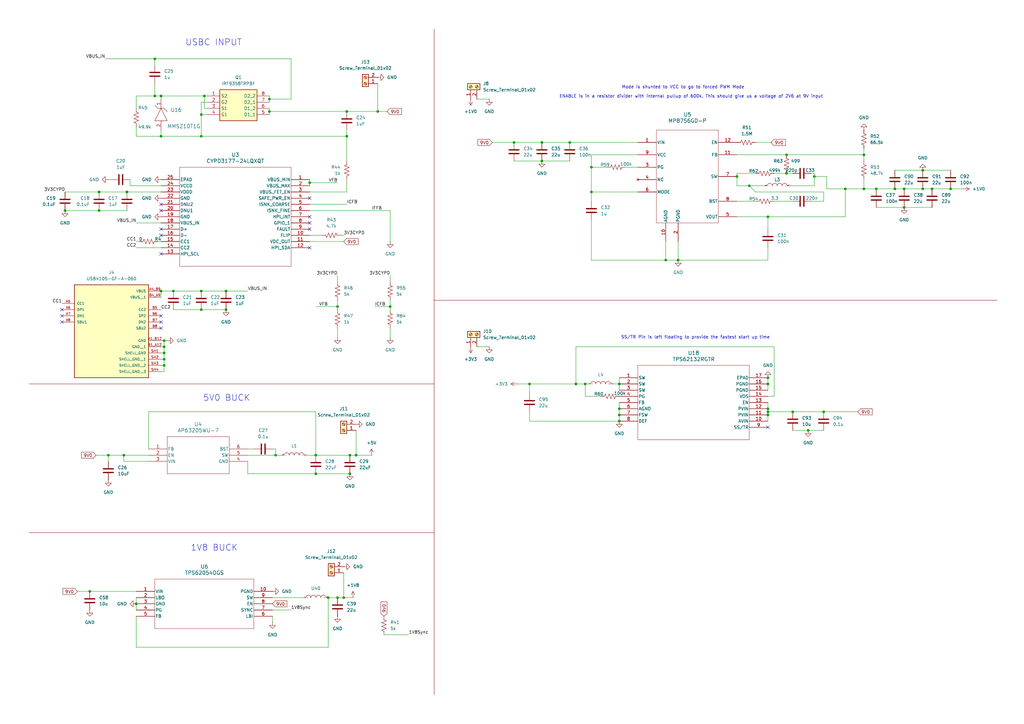
<source format=kicad_sch>
(kicad_sch (version 20250114) (generator "eeschema") (generator_version "9.0")
  (paper "A3")
  (text "SS/TR Pin is left floating to provide the fastest start up time\n" (at 285.242 138.43 0) (effects (font (size 1.27 1.27))))
  (text "USBC INPUT\n" (at 87.63 17.526 0) (effects (font (size 2.54 2.54))))
  (text "ENABLE is in a resistor divider with internal pullup of 600k. This should give us a voltage of 2V6 at 9V input" (at 283.464 39.624 0) (effects (font (size 1.27 1.27))))
  (text "1V8 BUCK" (at 87.884 224.79 0) (effects (font (size 2.54 2.54))))
  (text "Mode is shunted to VCC to go to forced PWM Mode" (at 280.162 35.814 0) (effects (font (size 1.27 1.27))))
  (text "5V0 BUCK\n" (at 92.964 163.322 0) (effects (font (size 2.54 2.54))))
  (junction (at 44.45 186.69))
  (junction (at 389.89 77.47))
  (junction (at 322.58 63.5))
  (junction (at 66.04 119.38))
  (junction (at 233.68 58.42))
  (junction (at 359.41 77.47))
  (junction (at 127 74.93))
  (junction (at 254 157.48))
  (junction (at 113.03 186.69))
  (junction (at 92.71 119.38))
  (junction (at 370.84 77.47))
  (junction (at 378.46 77.47))
  (junction (at 129.54 194.31))
  (junction (at 83.82 39.37))
  (junction (at 236.22 157.48))
  (junction (at 82.55 55.88))
  (junction (at 314.96 170.18))
  (junction (at 52.07 78.74))
  (junction (at 314.96 167.64))
  (junction (at 143.51 194.31))
  (junction (at 67.31 144.78))
  (junction (at 40.64 78.74))
  (junction (at 331.47 176.53))
  (junction (at 146.05 186.69))
  (junction (at 26.67 86.36))
  (junction (at 92.71 127))
  (junction (at 50.8 186.69))
  (junction (at 354.33 63.5))
  (junction (at 36.83 242.57))
  (junction (at 307.34 76.2))
  (junction (at 254 172.72))
  (junction (at 314.96 157.48))
  (junction (at 142.24 45.72))
  (junction (at 40.64 86.36))
  (junction (at 63.5 24.13))
  (junction (at 55.88 247.65))
  (junction (at 382.27 77.47))
  (junction (at 66.04 55.88))
  (junction (at 67.31 139.7))
  (junction (at 142.24 55.88))
  (junction (at 254 170.18))
  (junction (at 273.05 106.68))
  (junction (at 67.31 147.32))
  (junction (at 242.57 68.58))
  (junction (at 154.94 45.72))
  (junction (at 367.03 77.47))
  (junction (at 302.26 72.39))
  (junction (at 346.71 77.47))
  (junction (at 138.43 125.73))
  (junction (at 222.25 66.04))
  (junction (at 314.96 168.91))
  (junction (at 325.12 168.91))
  (junction (at 334.01 72.39))
  (junction (at 140.97 245.11))
  (junction (at 67.31 149.86))
  (junction (at 222.25 58.42))
  (junction (at 110.49 45.72))
  (junction (at 240.03 157.48))
  (junction (at 71.12 119.38))
  (junction (at 129.54 186.69))
  (junction (at 322.58 71.12))
  (junction (at 66.04 39.37))
  (junction (at 242.57 78.74))
  (junction (at 314.96 154.94))
  (junction (at 63.5 39.37))
  (junction (at 314.96 88.9))
  (junction (at 82.55 119.38))
  (junction (at 160.02 125.73))
  (junction (at 278.13 106.68))
  (junction (at 370.84 85.09))
  (junction (at 254 167.64))
  (junction (at 82.55 127))
  (junction (at 143.51 186.69))
  (junction (at 337.82 168.91))
  (junction (at 210.82 58.42))
  (junction (at 354.33 77.47))
  (junction (at 67.31 142.24))
  (junction (at 138.43 245.11))
  (junction (at 110.49 40.64))
  (junction (at 378.46 69.85))
  (junction (at 134.62 245.11))
  (junction (at 82.55 46.99))
  (junction (at 217.17 157.48))
  (no_connect (at 66.04 93.98))
  (no_connect (at 314.96 175.26))
  (no_connect (at 127 101.6))
  (no_connect (at 66.04 86.36))
  (no_connect (at 66.04 132.08))
  (no_connect (at 25.4 129.54))
  (no_connect (at 66.04 83.82))
  (no_connect (at 66.04 96.52))
  (no_connect (at 127 81.28))
  (no_connect (at 127 93.98))
  (no_connect (at 127 91.44))
  (no_connect (at 66.04 104.14))
  (no_connect (at 25.4 127))
  (no_connect (at 66.04 134.62))
  (no_connect (at 66.04 129.54))
  (no_connect (at 25.4 132.08))
  (no_connect (at 127 88.9))
  (bus_entry (at 307.34 76.2) (size 2.54 2.54))
  (wire (pts (xy 66.04 39.37) (xy 66.04 40.64)))
  (wire (pts (xy 346.71 77.47) (xy 339.09 77.47)))
  (wire (pts (xy 242.57 90.17) (xy 242.57 106.68)))
  (wire (pts (xy 67.31 147.32) (xy 67.31 149.86)))
  (wire (pts (xy 325.12 168.91) (xy 337.82 168.91)))
  (wire (pts (xy 55.88 245.11) (xy 55.88 247.65)))
  (wire (pts (xy 212.09 157.48) (xy 217.17 157.48)))
  (wire (pts (xy 314.96 165.1) (xy 314.96 167.64)))
  (polyline (pts (xy 178.054 11.938) (xy 178.054 157.48)) (stroke (width 0) (type solid) (color 132 0 0 1)))
  (wire (pts (xy 309.88 78.74) (xy 337.82 78.74)))
  (wire (pts (xy 83.82 44.45) (xy 83.82 39.37)))
  (wire (pts (xy 167.64 260.35) (xy 157.48 260.35)))
  (wire (pts (xy 66.04 55.88) (xy 82.55 55.88)))
  (polyline (pts (xy 177.8 123.19) (xy 408.94 123.19)) (stroke (width 0) (type solid) (color 132 0 0 1)))
  (wire (pts (xy 236.22 142.24) (xy 236.22 157.48)))
  (wire (pts (xy 110.49 39.37) (xy 110.49 40.64)))
  (wire (pts (xy 322.58 71.12) (xy 317.5 71.12)))
  (wire (pts (xy 55.88 52.07) (xy 55.88 55.88)))
  (wire (pts (xy 200.66 142.24) (xy 195.58 142.24)))
  (wire (pts (xy 50.8 186.69) (xy 60.96 186.69)))
  (wire (pts (xy 55.88 44.45) (xy 55.88 39.37)))
  (wire (pts (xy 44.45 186.69) (xy 44.45 189.23)))
  (wire (pts (xy 317.5 162.56) (xy 317.5 142.24)))
  (wire (pts (xy 242.57 68.58) (xy 248.92 68.58)))
  (wire (pts (xy 104.14 184.15) (xy 101.6 184.15)))
  (wire (pts (xy 314.96 157.48) (xy 314.96 160.02)))
  (wire (pts (xy 354.33 73.66) (xy 354.33 77.47)))
  (wire (pts (xy 240.03 157.48) (xy 241.3 157.48)))
  (wire (pts (xy 302.26 76.2) (xy 302.26 72.39)))
  (wire (pts (xy 71.12 127) (xy 82.55 127)))
  (wire (pts (xy 233.68 58.42) (xy 261.62 58.42)))
  (wire (pts (xy 129.54 186.69) (xy 129.54 168.91)))
  (wire (pts (xy 210.82 58.42) (xy 222.25 58.42)))
  (wire (pts (xy 40.64 78.74) (xy 26.67 78.74)))
  (wire (pts (xy 153.67 125.73) (xy 160.02 125.73)))
  (wire (pts (xy 111.76 184.15) (xy 113.03 184.15)))
  (wire (pts (xy 55.88 265.43) (xy 55.88 252.73)))
  (wire (pts (xy 127 73.66) (xy 127 74.93)))
  (wire (pts (xy 302.26 63.5) (xy 322.58 63.5)))
  (wire (pts (xy 359.41 77.47) (xy 367.03 77.47)))
  (wire (pts (xy 354.33 60.96) (xy 354.33 63.5)))
  (wire (pts (xy 52.07 78.74) (xy 40.64 78.74)))
  (wire (pts (xy 101.6 119.38) (xy 92.71 119.38)))
  (wire (pts (xy 242.57 106.68) (xy 273.05 106.68)))
  (wire (pts (xy 160.02 125.73) (xy 160.02 127)))
  (wire (pts (xy 254 157.48) (xy 254 160.02)))
  (wire (pts (xy 142.24 78.74) (xy 127 78.74)))
  (wire (pts (xy 119.38 40.64) (xy 110.49 40.64)))
  (wire (pts (xy 367.03 69.85) (xy 378.46 69.85)))
  (wire (pts (xy 337.82 176.53) (xy 331.47 176.53)))
  (wire (pts (xy 113.03 184.15) (xy 113.03 186.69)))
  (wire (pts (xy 40.64 86.36) (xy 26.67 86.36)))
  (wire (pts (xy 322.58 63.5) (xy 354.33 63.5)))
  (wire (pts (xy 55.88 55.88) (xy 66.04 55.88)))
  (wire (pts (xy 43.18 24.13) (xy 63.5 24.13)))
  (wire (pts (xy 67.31 142.24) (xy 66.04 142.24)))
  (wire (pts (xy 278.13 106.68) (xy 314.96 106.68)))
  (wire (pts (xy 378.46 77.47) (xy 382.27 77.47)))
  (polyline (pts (xy 178.054 218.44) (xy 178.054 284.988)) (stroke (width 0) (type solid) (color 132 0 0 1)))
  (wire (pts (xy 378.46 69.85) (xy 389.89 69.85)))
  (wire (pts (xy 359.41 85.09) (xy 370.84 85.09)))
  (wire (pts (xy 160.02 86.36) (xy 160.02 99.06)))
  (wire (pts (xy 337.82 78.74) (xy 337.82 82.55)))
  (wire (pts (xy 45.72 73.66) (xy 44.45 73.66)))
  (wire (pts (xy 254 167.64) (xy 254 170.18)))
  (wire (pts (xy 217.17 157.48) (xy 236.22 157.48)))
  (wire (pts (xy 110.49 44.45) (xy 110.49 45.72)))
  (wire (pts (xy 66.04 53.34) (xy 66.04 55.88)))
  (wire (pts (xy 337.82 168.91) (xy 351.79 168.91)))
  (wire (pts (xy 354.33 77.47) (xy 359.41 77.47)))
  (wire (pts (xy 66.04 119.38) (xy 66.04 121.92)))
  (wire (pts (xy 217.17 168.91) (xy 217.17 172.72)))
  (wire (pts (xy 142.24 55.88) (xy 142.24 53.34)))
  (wire (pts (xy 110.49 45.72) (xy 110.49 46.99)))
  (wire (pts (xy 134.62 245.11) (xy 134.62 265.43)))
  (wire (pts (xy 63.5 24.13) (xy 119.38 24.13)))
  (wire (pts (xy 55.88 39.37) (xy 63.5 39.37)))
  (wire (pts (xy 314.96 88.9) (xy 346.71 88.9)))
  (wire (pts (xy 314.96 170.18) (xy 314.96 172.72)))
  (wire (pts (xy 36.83 242.57) (xy 55.88 242.57)))
  (wire (pts (xy 146.05 176.53) (xy 146.05 186.69)))
  (wire (pts (xy 138.43 125.73) (xy 138.43 127)))
  (wire (pts (xy 210.82 66.04) (xy 222.25 66.04)))
  (wire (pts (xy 82.55 46.99) (xy 85.09 46.99)))
  (wire (pts (xy 127 74.93) (xy 127 76.2)))
  (wire (pts (xy 354.33 63.5) (xy 354.33 66.04)))
  (wire (pts (xy 337.82 82.55) (xy 332.74 82.55)))
  (wire (pts (xy 140.97 99.06) (xy 127 99.06)))
  (wire (pts (xy 314.96 162.56) (xy 317.5 162.56)))
  (wire (pts (xy 67.31 144.78) (xy 67.31 147.32)))
  (wire (pts (xy 273.05 99.06) (xy 273.05 106.68)))
  (wire (pts (xy 222.25 66.04) (xy 233.68 66.04)))
  (wire (pts (xy 119.38 250.19) (xy 111.76 250.19)))
  (wire (pts (xy 101.6 194.31) (xy 101.6 189.23)))
  (wire (pts (xy 66.04 119.38) (xy 71.12 119.38)))
  (polyline (pts (xy 11.938 218.44) (xy 12.192 218.44)) (stroke (width 0) (type solid) (color 132 0 0 1)))
  (wire (pts (xy 242.57 78.74) (xy 242.57 82.55)))
  (wire (pts (xy 254 170.18) (xy 254 172.72)))
  (wire (pts (xy 82.55 46.99) (xy 82.55 55.88)))
  (wire (pts (xy 309.88 82.55) (xy 302.26 82.55)))
  (wire (pts (xy 142.24 73.66) (xy 142.24 78.74)))
  (wire (pts (xy 370.84 85.09) (xy 382.27 85.09)))
  (wire (pts (xy 52.07 86.36) (xy 40.64 86.36)))
  (wire (pts (xy 134.62 245.11) (xy 138.43 245.11)))
  (wire (pts (xy 160.02 123.19) (xy 160.02 125.73)))
  (wire (pts (xy 314.96 168.91) (xy 314.96 170.18)))
  (wire (pts (xy 314.96 101.6) (xy 314.96 106.68)))
  (wire (pts (xy 142.24 45.72) (xy 154.94 45.72)))
  (wire (pts (xy 110.49 40.64) (xy 110.49 41.91)))
  (wire (pts (xy 323.85 76.2) (xy 334.01 76.2)))
  (wire (pts (xy 127 86.36) (xy 160.02 86.36)))
  (wire (pts (xy 101.6 194.31) (xy 129.54 194.31)))
  (wire (pts (xy 334.01 72.39) (xy 339.09 72.39)))
  (wire (pts (xy 67.31 149.86) (xy 66.04 149.86)))
  (wire (pts (xy 55.88 91.44) (xy 66.04 91.44)))
  (wire (pts (xy 71.12 119.38) (xy 82.55 119.38)))
  (wire (pts (xy 129.54 125.73) (xy 138.43 125.73)))
  (wire (pts (xy 307.34 76.2) (xy 313.69 76.2)))
  (wire (pts (xy 64.77 99.06) (xy 66.04 99.06)))
  (wire (pts (xy 53.34 76.2) (xy 66.04 76.2)))
  (wire (pts (xy 125.73 186.69) (xy 129.54 186.69)))
  (wire (pts (xy 142.24 55.88) (xy 142.24 66.04)))
  (wire (pts (xy 325.12 82.55) (xy 317.5 82.55)))
  (wire (pts (xy 160.02 113.03) (xy 160.02 115.57)))
  (wire (pts (xy 55.88 101.6) (xy 66.04 101.6)))
  (wire (pts (xy 85.09 44.45) (xy 83.82 44.45)))
  (wire (pts (xy 66.04 78.74) (xy 52.07 78.74)))
  (wire (pts (xy 129.54 168.91) (xy 60.96 168.91)))
  (wire (pts (xy 236.22 142.24) (xy 317.5 142.24)))
  (wire (pts (xy 314.96 154.94) (xy 314.96 157.48)))
  (wire (pts (xy 67.31 152.4) (xy 66.04 152.4)))
  (wire (pts (xy 111.76 245.11) (xy 124.46 245.11)))
  (wire (pts (xy 254 165.1) (xy 254 167.64)))
  (wire (pts (xy 334.01 71.12) (xy 334.01 72.39)))
  (wire (pts (xy 302.26 76.2) (xy 307.34 76.2)))
  (wire (pts (xy 63.5 39.37) (xy 66.04 39.37)))
  (wire (pts (xy 55.88 247.65) (xy 55.88 250.19)))
  (wire (pts (xy 334.01 71.12) (xy 332.74 71.12)))
  (wire (pts (xy 236.22 157.48) (xy 240.03 157.48)))
  (wire (pts (xy 152.4 186.69) (xy 146.05 186.69)))
  (wire (pts (xy 246.38 162.56) (xy 240.03 162.56)))
  (wire (pts (xy 138.43 123.19) (xy 138.43 125.73)))
  (wire (pts (xy 370.84 77.47) (xy 378.46 77.47)))
  (wire (pts (xy 242.57 63.5) (xy 242.57 68.58)))
  (wire (pts (xy 200.66 40.64) (xy 195.58 40.64)))
  (wire (pts (xy 50.8 189.23) (xy 60.96 189.23)))
  (wire (pts (xy 339.09 72.39) (xy 339.09 77.47)))
  (wire (pts (xy 251.46 157.48) (xy 254 157.48)))
  (wire (pts (xy 140.97 245.11) (xy 144.78 245.11)))
  (wire (pts (xy 138.43 134.62) (xy 138.43 138.43)))
  (wire (pts (xy 382.27 77.47) (xy 389.89 77.47)))
  (wire (pts (xy 346.71 77.47) (xy 354.33 77.47)))
  (wire (pts (xy 119.38 24.13) (xy 119.38 40.64)))
  (wire (pts (xy 67.31 149.86) (xy 67.31 152.4)))
  (wire (pts (xy 222.25 58.42) (xy 233.68 58.42)))
  (wire (pts (xy 138.43 74.93) (xy 127 74.93)))
  (wire (pts (xy 138.43 113.03) (xy 138.43 115.57)))
  (wire (pts (xy 132.08 96.52) (xy 127 96.52)))
  (wire (pts (xy 82.55 55.88) (xy 142.24 55.88)))
  (wire (pts (xy 314.96 168.91) (xy 325.12 168.91)))
  (wire (pts (xy 85.09 41.91) (xy 82.55 41.91)))
  (wire (pts (xy 63.5 24.13) (xy 63.5 26.67)))
  (wire (pts (xy 302.26 71.12) (xy 302.26 72.39)))
  (wire (pts (xy 142.24 83.82) (xy 127 83.82)))
  (wire (pts (xy 83.82 39.37) (xy 85.09 39.37)))
  (wire (pts (xy 261.62 63.5) (xy 242.57 63.5)))
  (polyline (pts (xy 12.192 218.44) (xy 178.054 218.44)) (stroke (width 0) (type solid) (color 132 0 0 1)))
  (wire (pts (xy 314.96 167.64) (xy 314.96 168.91)))
  (wire (pts (xy 60.96 168.91) (xy 60.96 184.15)))
  (wire (pts (xy 113.03 186.69) (xy 115.57 186.69)))
  (wire (pts (xy 129.54 194.31) (xy 143.51 194.31)))
  (wire (pts (xy 302.26 88.9) (xy 314.96 88.9)))
  (wire (pts (xy 55.88 99.06) (xy 57.15 99.06)))
  (wire (pts (xy 129.54 186.69) (xy 143.51 186.69)))
  (wire (pts (xy 273.05 106.68) (xy 278.13 106.68)))
  (wire (pts (xy 146.05 186.69) (xy 143.51 186.69)))
  (polyline (pts (xy 11.938 157.48) (xy 178.054 157.48)) (stroke (width 0) (type solid) (color 132 0 0 1)))
  (wire (pts (xy 256.54 68.58) (xy 261.62 68.58)))
  (wire (pts (xy 154.94 34.29) (xy 154.94 45.72)))
  (wire (pts (xy 389.89 77.47) (xy 394.97 77.47)))
  (wire (pts (xy 367.03 77.47) (xy 370.84 77.47)))
  (wire (pts (xy 278.13 99.06) (xy 278.13 106.68)))
  (wire (pts (xy 67.31 139.7) (xy 67.31 142.24)))
  (wire (pts (xy 101.6 186.69) (xy 113.03 186.69)))
  (wire (pts (xy 160.02 138.43) (xy 160.02 134.62)))
  (wire (pts (xy 254 154.94) (xy 254 157.48)))
  (wire (pts (xy 82.55 127) (xy 92.71 127)))
  (wire (pts (xy 140.97 234.95) (xy 140.97 245.11)))
  (wire (pts (xy 325.12 71.12) (xy 322.58 71.12)))
  (wire (pts (xy 201.93 58.42) (xy 210.82 58.42)))
  (wire (pts (xy 346.71 77.47) (xy 346.71 88.9)))
  (wire (pts (xy 140.97 96.52) (xy 139.7 96.52)))
  (wire (pts (xy 67.31 147.32) (xy 66.04 147.32)))
  (wire (pts (xy 240.03 162.56) (xy 240.03 157.48)))
  (wire (pts (xy 68.58 139.7) (xy 67.31 139.7)))
  (wire (pts (xy 138.43 245.11) (xy 140.97 245.11)))
  (wire (pts (xy 44.45 186.69) (xy 50.8 186.69)))
  (wire (pts (xy 316.23 58.42) (xy 309.88 58.42)))
  (wire (pts (xy 111.76 252.73) (xy 111.76 255.27)))
  (wire (pts (xy 67.31 142.24) (xy 67.31 144.78)))
  (wire (pts (xy 217.17 172.72) (xy 254 172.72)))
  (wire (pts (xy 217.17 161.29) (xy 217.17 157.48)))
  (wire (pts (xy 134.62 265.43) (xy 55.88 265.43)))
  (wire (pts (xy 66.04 39.37) (xy 83.82 39.37)))
  (wire (pts (xy 309.88 71.12) (xy 302.26 71.12)))
  (wire (pts (xy 67.31 144.78) (xy 66.04 144.78)))
  (wire (pts (xy 314.96 93.98) (xy 314.96 88.9)))
  (wire (pts (xy 82.55 119.38) (xy 92.71 119.38)))
  (wire (pts (xy 331.47 176.53) (xy 325.12 176.53)))
  (wire (pts (xy 31.75 242.57) (xy 36.83 242.57)))
  (wire (pts (xy 63.5 34.29) (xy 63.5 39.37)))
  (wire (pts (xy 242.57 78.74) (xy 261.62 78.74)))
  (wire (pts (xy 39.37 186.69) (xy 44.45 186.69)))
  (wire (pts (xy 154.94 45.72) (xy 158.75 45.72)))
  (wire (pts (xy 110.49 45.72) (xy 142.24 45.72)))
  (wire (pts (xy 82.55 41.91) (xy 82.55 46.99)))
  (wire (pts (xy 67.31 139.7) (xy 66.04 139.7)))
  (wire (pts (xy 242.57 68.58) (xy 242.57 78.74)))
  (wire (pts (xy 53.34 73.66) (xy 53.34 76.2)))
  (polyline (pts (xy 178.054 157.48) (xy 178.054 218.44)) (stroke (width 0) (type solid) (color 132 0 0 1)))
  (wire (pts (xy 50.8 186.69) (xy 50.8 189.23)))
  (wire (pts (xy 334.01 72.39) (xy 334.01 76.2)))
  (label "CC1" (at 55.88 99.06 180))
  (label "VBUS_IN" (at 55.88 91.44 180))
  (label "VFB" (at 130.81 125.73 0))
  (label "3V3CYPD" (at 26.67 78.74 180))
  (label "VFB" (at 138.43 74.93 180))
  (label "1V8Sync" (at 119.38 250.19 0))
  (label "ICFB" (at 153.67 125.73 0))
  (label "VBUS_IN" (at 43.18 24.13 180))
  (label "CC2" (at 55.88 101.6 180))
  (label "ICFB" (at 142.24 83.82 0))
  (label "CC2" (at 66.04 127 0))
  (label "1V8Sync" (at 167.64 260.35 0))
  (label "CC1" (at 25.4 124.46 180))
  (label "3V3CYPD" (at 140.97 96.52 0))
  (label "3V3CYPD" (at 160.02 113.03 180))
  (label "IFFB" (at 152.4 86.36 0))
  (label "3V3CYPD" (at 138.43 113.03 180))
  (label "VBUS_IN" (at 101.6 119.38 0))
  (global_label "9V0" (shape input) (at 158.75 45.72 0) (property "Intersheetrefs" "${INTERSHEET_REFS}" (effects (hide yes))))
  (global_label "9V0" (shape input) (at 351.79 168.91 0) (property "Intersheetrefs" "${INTERSHEET_REFS}" (effects (hide yes))))
  (global_label "9V0" (shape input) (at 157.48 252.73 90) (property "Intersheetrefs" "${INTERSHEET_REFS}" (effects (hide yes))))
  (global_label "9V0" (shape input) (at 316.23 58.42 0) (property "Intersheetrefs" "${INTERSHEET_REFS}" (effects (hide yes))))
  (global_label "9V0" (shape input) (at 140.97 99.06 0) (property "Intersheetrefs" "${INTERSHEET_REFS}" (effects (hide yes))))
  (global_label "9V0" (shape input) (at 31.75 242.57 180) (property "Intersheetrefs" "${INTERSHEET_REFS}" (effects (hide yes))))
  (global_label "9V0" (shape input) (at 201.93 58.42 180) (property "Intersheetrefs" "${INTERSHEET_REFS}" (effects (hide yes))))
  (global_label "9V0" (shape input) (at 39.37 186.69 180) (property "Intersheetrefs" "${INTERSHEET_REFS}" (effects (hide yes))))
  (global_label "9V0" (shape input) (at 111.76 247.65 0) (property "Intersheetrefs" "${INTERSHEET_REFS}" (effects (hide yes))))
  (symbol (lib_id "power:GND") (at 66.04 73.66 270) (mirror x) (unit 1)
    (property "Reference" "#PWR092" (effects (hide yes)))
    (property "Value" "GND" (at 62.23 73.6599 90) (effects (justify right)))
    (property "Description" "Power symbol creates a global label with name \"GND\" , ground" (effects (hide yes)))
  )
  (symbol (lib_id "power:GND") (at 138.43 138.43 0) (unit 1)
    (property "Reference" "#PWR098" (effects (hide yes)))
    (property "Value" "GND" (at 138.43 143.51 0))
    (property "Description" "Power symbol creates a global label with name \"GND\" , ground" (effects (hide yes)))
  )
  (symbol (lib_id "Device:R_US") (at 138.43 130.81 0) (unit 1)
    (property "Reference" "R47" (at 140.97 129.5399 0) (effects (justify left)))
    (property "Value" "1k" (at 140.97 132.0799 0) (effects (justify left)))
    (property "Footprint" "Resistor_SMD:R_0402_1005Metric" (effects (hide yes)))
    (property "Description" "Resistor, US symbol" (effects (hide yes)))
  )
  (symbol (lib_id "power:GND") (at 378.46 69.85 180) (unit 1)
    (property "Reference" "#PWR0105" (effects (hide yes)))
    (property "Value" "GND" (at 378.46 64.77 0))
    (property "Description" "Power symbol creates a global label with name \"GND\" , ground" (effects (hide yes)))
  )
  (symbol (lib_id "Device:C") (at 92.71 123.19 0) (unit 1)
    (property "Reference" "C23" (at 96.52 121.9199 0) (effects (justify left)))
    (property "Value" "1uF" (at 96.52 124.4599 0) (effects (justify left)))
    (property "Footprint" "Capacitor_SMD:C_0603_1608Metric" (effects (hide yes)))
    (property "Description" "Unpolarized capacitor" (effects (hide yes)))
  )
  (symbol (lib_id "Device:R_US") (at 313.69 82.55 90) (unit 1)
    (property "Reference" "R54" (at 309.118 81.534 90))
    (property "Value" "3.3" (at 317.754 81.28 90))
    (property "Footprint" "Resistor_SMD:R_0402_1005Metric" (effects (hide yes)))
    (property "Description" "Resistor, US symbol" (effects (hide yes)))
  )
  (symbol (lib_id "power:GND") (at 44.45 196.85 0) (unit 1)
    (property "Reference" "#PWR0101" (effects (hide yes)))
    (property "Value" "GND" (at 44.45 201.93 0))
    (property "Description" "Power symbol creates a global label with name \"GND\" , ground" (effects (hide yes)))
  )
  (symbol (lib_id "power:GND") (at 331.47 176.53 0) (unit 1)
    (property "Reference" "#PWR0110" (effects (hide yes)))
    (property "Value" "GND" (at 331.47 181.61 0))
    (property "Description" "Power symbol creates a global label with name \"GND\" , ground" (effects (hide yes)))
  )
  (symbol (lib_id "Device:C") (at 325.12 172.72 0) (unit 1)
    (property "Reference" "C93" (at 328.93 171.4499 0) (effects (justify left)))
    (property "Value" "10u" (at 328.93 173.9899 0) (effects (justify left)))
    (property "Footprint" "Capacitor_SMD:C_0805_2012Metric" (effects (hide yes)))
    (property "Description" "Unpolarized capacitor" (effects (hide yes)))
  )
  (symbol (lib_id "Device:C") (at 210.82 62.23 0) (unit 1)
    (property "Reference" "C34" (at 214.63 60.9599 0) (effects (justify left)))
    (property "Value" "22u" (at 214.63 63.4999 0) (effects (justify left)))
    (property "Footprint" "Capacitor_SMD:C_0805_2012Metric" (effects (hide yes)))
    (property "Description" "Unpolarized capacitor" (effects (hide yes)))
  )
  (symbol (lib_id "power:+1V0") (at 193.04 40.64 180) (unit 1)
    (property "Reference" "#PWR0113" (effects (hide yes)))
    (property "Value" "+1V0" (at 193.04 45.72 0))
    (property "Description" "Power symbol creates a global label with name \"+1V0\"" (effects (hide yes)))
  )
  (symbol (lib_id "Device:C") (at 138.43 248.92 0) (unit 1)
    (property "Reference" "C39" (at 142.24 247.6499 0) (effects (justify left)))
    (property "Value" "22u" (at 142.24 250.1899 0) (effects (justify left)))
    (property "Footprint" "Capacitor_SMD:C_0603_1608Metric" (effects (hide yes)))
    (property "Description" "Unpolarized capacitor" (effects (hide yes)))
  )
  (symbol (lib_id "Device:R_US") (at 252.73 68.58 90) (unit 1)
    (property "Reference" "R59" (at 248.158 67.564 90))
    (property "Value" "100k" (at 256.794 67.31 90))
    (property "Footprint" "Resistor_SMD:R_0402_1005Metric" (effects (hide yes)))
    (property "Description" "Resistor, US symbol" (effects (hide yes)))
  )
  (symbol (lib_id "power:GND") (at 66.04 88.9 270) (mirror x) (unit 1)
    (property "Reference" "#PWR094" (effects (hide yes)))
    (property "Value" "GND" (at 62.23 88.8999 90) (effects (justify right)))
    (property "Description" "Power symbol creates a global label with name \"GND\" , ground" (effects (hide yes)))
  )
  (symbol (lib_id "power:GND") (at 143.51 194.31 0) (unit 1)
    (property "Reference" "#PWR0102" (effects (hide yes)))
    (property "Value" "GND" (at 143.51 199.39 0))
    (property "Description" "Power symbol creates a global label with name \"GND\" , ground" (effects (hide yes)))
  )
  (symbol (lib_id "Connector:Screw_Terminal_01x02") (at 140.97 176.53 180) (unit 1)
    (property "Reference" "J11" (at 140.97 167.64 0))
    (property "Value" "Screw_Terminal_01x02" (at 140.97 170.18 0))
    (property "Footprint" "FPGA_Interface:CONN-TH_2P-P5.00_CPC3703CTR" (effects (hide yes)))
    (property "Description" "Generic screw terminal, single row, 01x02, script generated (kicad-library-utils/schlib/autogen/connector/)" (effects (hide yes)))
  )
  (symbol (lib_id "Device:C") (at 233.68 62.23 0) (unit 1)
    (property "Reference" "C36" (at 237.49 60.9599 0) (effects (justify left)))
    (property "Value" "100n" (at 237.49 63.4999 0) (effects (justify left)))
    (property "Footprint" "Capacitor_SMD:C_0603_1608Metric" (effects (hide yes)))
    (property "Description" "Unpolarized capacitor" (effects (hide yes)))
  )
  (symbol (lib_id "power:GND") (at 92.71 127 0) (unit 1)
    (property "Reference" "#PWR097" (effects (hide yes)))
    (property "Value" "GND" (at 92.71 132.08 0))
    (property "Description" "Power symbol creates a global label with name \"GND\" , ground" (effects (hide yes)))
  )
  (symbol (lib_id "Device:C") (at 129.54 190.5 0) (unit 1)
    (property "Reference" "C28" (at 133.35 189.2299 0) (effects (justify left)))
    (property "Value" "22uF" (at 133.35 191.7699 0) (effects (justify left)))
    (property "Footprint" "Capacitor_SMD:C_0603_1608Metric" (effects (hide yes)))
    (property "Description" "Unpolarized capacitor" (effects (hide yes)))
  )
  (symbol (lib_id "Device:C") (at 337.82 172.72 0) (unit 1)
    (property "Reference" "C94" (at 341.63 171.4499 0) (effects (justify left)))
    (property "Value" "0.1u" (at 341.63 173.9899 0) (effects (justify left)))
    (property "Footprint" "Capacitor_SMD:C_0805_2012Metric" (effects (hide yes)))
    (property "Description" "Unpolarized capacitor" (effects (hide yes)))
  )
  (symbol (lib_id "power:GND") (at 138.43 252.73 0) (unit 1)
    (property "Reference" "#PWR0118" (effects (hide yes)))
    (property "Value" "GND" (at 138.43 257.81 0))
    (property "Description" "Power symbol creates a global label with name \"GND\" , ground" (effects (hide yes)))
  )
  (symbol (lib_id "Connector:Screw_Terminal_01x02") (at 193.04 35.56 90) (unit 1)
    (property "Reference" "J8" (at 198.12 34.2899 90) (effects (justify right)))
    (property "Value" "Screw_Terminal_01x02" (at 198.12 36.8299 90) (effects (justify right)))
    (property "Footprint" "FPGA_Interface:CONN-TH_2P-P5.00_CPC3703CTR" (effects (hide yes)))
    (property "Description" "Generic screw terminal, single row, 01x02, script generated (kicad-library-utils/schlib/autogen/connector/)" (effects (hide yes)))
  )
  (symbol (lib_id "power:+1V0") (at 394.97 77.47 270) (unit 1)
    (property "Reference" "#PWR0106" (effects (hide yes)))
    (property "Value" "+1V0" (at 398.78 77.4699 90) (effects (justify left)))
    (property "Description" "Power symbol creates a global label with name \"+1V0\"" (effects (hide yes)))
  )
  (symbol (lib_id "FPGA_POWER:MMSZ10T1G") (at 63.5 22.86 270) (unit 1)
    (property "Reference" "U16" (at 69.85 45.0849 90) (effects (font (size 1.524 1.524)) (justify left)))
    (property "Value" "MMSZ10T1G" (at 68.58 51.816 90) (effects (font (size 1.524 1.524)) (justify left)))
    (property "Footprint" "FPGA_Power:MMSZ10T1G" (effects (hide yes)))
    (property "Datasheet" "MMSZ10T1G" (effects (hide yes)))
  )
  (symbol (lib_id "FPGA_POWER:MPL-SE6040-100") (at 129.54 245.11 0) (unit 1)
    (property "Reference" "U40" (at 129.54 241.3 0))
    (property "Value" "10uH" (effects (hide yes)))
    (property "Footprint" "FPGA_Power:IND-SMD_L6.0-W6.0_MPL-SE6040" (effects (hide yes)))
    (property "Datasheet" "https://atta.szlcsc.com/upload/public/pdf/source/20240315/33573055495CB3FBA2E21081FDB8F338.pdf" (effects (hide yes)))
    (property "Description" "Inductance: Tolerance:- Tolerance:- Rated Current: Saturation Current (Isat):3.4A DC Resistance (DCR): Ratings:-" (effects (hide yes)))
    (property "Manufacturer Part" "MPL-SE6040-100" (effects (hide yes)))
    (property "Manufacturer" "MPS(芯源)" (effects (hide yes)))
    (property "Supplier Part" "C17367499" (effects (hide yes)))
    (property "Supplier" "LCSC" (effects (hide yes)))
    (property "LCSC Part Name" "10uH 3.4A" (effects (hide yes)))
  )
  (symbol (lib_id "Device:C") (at 52.07 82.55 0) (mirror y) (unit 1)
    (property "Reference" "C17" (at 48.26 81.2799 0) (effects (justify left)))
    (property "Value" "1uF" (at 48.26 83.8199 0) (effects (justify left)))
    (property "Footprint" "Capacitor_SMD:C_0603_1608Metric" (effects (hide yes)))
    (property "Description" "Unpolarized capacitor" (effects (hide yes)))
  )
  (symbol (lib_id "Device:C") (at 242.57 86.36 0) (unit 1)
    (property "Reference" "C32" (at 246.38 85.0899 0) (effects (justify left)))
    (property "Value" "1u" (at 246.38 87.6299 0) (effects (justify left)))
    (property "Footprint" "Capacitor_SMD:C_0402_1005Metric" (effects (hide yes)))
    (property "Description" "Unpolarized capacitor" (effects (hide yes)))
  )
  (symbol (lib_id "power:GND") (at 354.33 53.34 180) (unit 1)
    (property "Reference" "#PWR0107" (effects (hide yes)))
    (property "Value" "GND" (at 354.33 48.26 0))
    (property "Description" "Power symbol creates a global label with name \"GND\" , ground" (effects (hide yes)))
  )
  (symbol (lib_id "power:+3V3") (at 193.04 142.24 180) (unit 1)
    (property "Reference" "#PWR0121" (effects (hide yes)))
    (property "Value" "+3V3" (at 193.04 147.32 0))
    (property "Description" "Power symbol creates a global label with name \"+3V3\"" (effects (hide yes)))
  )
  (symbol (lib_id "power:GND") (at 111.76 242.57 90) (unit 1)
    (property "Reference" "#PWR0115" (effects (hide yes)))
    (property "Value" "GND" (at 115.57 242.5699 90) (effects (justify right)))
    (property "Description" "Power symbol creates a global label with name \"GND\" , ground" (effects (hide yes)))
  )
  (symbol (lib_id "Device:R_US") (at 157.48 256.54 0) (unit 1)
    (property "Reference" "R41" (at 160.02 255.2699 0) (effects (justify left)))
    (property "Value" "5k" (at 160.02 257.8099 0) (effects (justify left)))
    (property "Footprint" "Resistor_SMD:R_0603_1608Metric" (effects (hide yes)))
    (property "Description" "Resistor, US symbol" (effects (hide yes)))
  )
  (symbol (lib_id "Device:C") (at 40.64 82.55 0) (mirror y) (unit 1)
    (property "Reference" "C18" (at 36.83 81.2799 0) (effects (justify left)))
    (property "Value" "0.1uF" (at 36.83 83.8199 0) (effects (justify left)))
    (property "Footprint" "Capacitor_SMD:C_0402_1005Metric" (effects (hide yes)))
    (property "Description" "Unpolarized capacitor" (effects (hide yes)))
  )
  (symbol (lib_id "power:GND") (at 44.45 73.66 270) (mirror x) (unit 1)
    (property "Reference" "#PWR095" (effects (hide yes)))
    (property "Value" "GND" (at 40.64 73.6599 90) (effects (justify right)))
    (property "Description" "Power symbol creates a global label with name \"GND\" , ground" (effects (hide yes)))
  )
  (symbol (lib_id "Device:C") (at 36.83 246.38 0) (unit 1)
    (property "Reference" "C58" (at 40.64 245.1099 0) (effects (justify left)))
    (property "Value" "10u" (at 40.64 247.6499 0) (effects (justify left)))
    (property "Footprint" "Capacitor_SMD:C_0603_1608Metric" (effects (hide yes)))
    (property "Description" "Unpolarized capacitor" (effects (hide yes)))
  )
  (symbol (lib_id "Device:R_US") (at 55.88 48.26 0) (unit 1)
    (property "Reference" "R45" (at 56.642 44.196 0) (effects (justify left)))
    (property "Value" "49.9k" (at 56.642 52.07 0) (effects (justify left)))
    (property "Footprint" "Resistor_SMD:R_0402_1005Metric" (effects (hide yes)))
    (property "Description" "Resistor, US symbol" (effects (hide yes)))
  )
  (symbol (lib_id "power:GND") (at 146.05 173.99 90) (unit 1)
    (property "Reference" "#PWR0174" (effects (hide yes)))
    (property "Value" "GND" (at 149.86 173.9899 90) (effects (justify right)))
    (property "Description" "Power symbol creates a global label with name \"GND\" , ground" (effects (hide yes)))
  )
  (symbol (lib_id "Device:R_US") (at 306.07 58.42 90) (unit 1)
    (property "Reference" "R51" (at 306.324 52.324 90))
    (property "Value" "1.5M" (at 306.324 54.864 90))
    (property "Footprint" "Resistor_SMD:R_0603_1608Metric" (effects (hide yes)))
    (property "Description" "Resistor, US symbol" (effects (hide yes)))
  )
  (symbol (lib_id "Device:C") (at 142.24 49.53 0) (unit 1)
    (property "Reference" "C24" (at 146.05 48.2599 0) (effects (justify left)))
    (property "Value" "1uF" (at 146.05 50.7999 0) (effects (justify left)))
    (property "Footprint" "Capacitor_SMD:C_0603_1608Metric" (effects (hide yes)))
    (property "Description" "Unpolarized capacitor" (effects (hide yes)))
  )
  (symbol (lib_id "Device:C") (at 370.84 81.28 0) (unit 1)
    (property "Reference" "C38" (at 374.65 80.0099 0) (effects (justify left)))
    (property "Value" "22u" (at 374.65 82.5499 0) (effects (justify left)))
    (property "Footprint" "Capacitor_SMD:C_0402_1005Metric" (effects (hide yes)))
    (property "Description" "Unpolarized capacitor" (effects (hide yes)))
  )
  (symbol (lib_id "Device:C") (at 378.46 73.66 0) (unit 1)
    (property "Reference" "C91" (at 382.27 72.3899 0) (effects (justify left)))
    (property "Value" "22u" (at 382.27 74.9299 0) (effects (justify left)))
    (property "Footprint" "Capacitor_SMD:C_0402_1005Metric" (effects (hide yes)))
    (property "Description" "Unpolarized capacitor" (effects (hide yes)))
  )
  (symbol (lib_id "Connector:Screw_Terminal_01x02") (at 193.04 137.16 90) (unit 1)
    (property "Reference" "J10" (at 198.12 135.8899 90) (effects (justify right)))
    (property "Value" "Screw_Terminal_01x02" (at 198.12 138.4299 90) (effects (justify right)))
    (property "Footprint" "FPGA_Interface:CONN-TH_2P-P5.00_CPC3703CTR" (effects (hide yes)))
    (property "Description" "Generic screw terminal, single row, 01x02, script generated (kicad-library-utils/schlib/autogen/connector/)" (effects (hide yes)))
  )
  (symbol (lib_id "FPGA_Interface:USB4105-GF-A-060") (at 45.72 129.54 0) (unit 1)
    (property "Reference" "J4" (at 45.72 111.76 0))
    (property "Value" "USB4105-GF-A-060" (at 45.72 114.3 0))
    (property "Footprint" "FPGA_Interface:USB4105-GF-A-060" (effects (hide yes)))
    (property "PARTREV" "B3" (effects (hide yes)))
    (property "MANUFACTURER" "Global Connector Technology" (effects (hide yes)))
    (property "MAXIMUM_PACKAGE_HEIGHT" "3.31mm" (effects (hide yes)))
    (property "STANDARD" "Manufacturer Recommendations" (effects (hide yes)))
  )
  (symbol (lib_id "power:GND") (at 154.94 31.75 90) (unit 1)
    (property "Reference" "#PWR0176" (effects (hide yes)))
    (property "Value" "GND" (at 158.75 31.7499 90) (effects (justify right)))
    (property "Description" "Power symbol creates a global label with name \"GND\" , ground" (effects (hide yes)))
  )
  (symbol (lib_id "Device:C") (at 328.93 82.55 90) (unit 1)
    (property "Reference" "C30" (at 325.628 81.28 90))
    (property "Value" "220n" (at 332.994 81.28 90))
    (property "Footprint" "Capacitor_SMD:C_0402_1005Metric" (effects (hide yes)))
    (property "Description" "Unpolarized capacitor" (effects (hide yes)))
  )
  (symbol (lib_id "Device:R_US") (at 160.02 130.81 0) (unit 1)
    (property "Reference" "R64" (at 162.56 129.5399 0) (effects (justify left)))
    (property "Value" "5k" (at 162.56 132.0799 0) (effects (justify left)))
    (property "Footprint" "Resistor_SMD:R_0402_1005Metric" (effects (hide yes)))
    (property "Description" "Resistor, US symbol" (effects (hide yes)))
  )
  (symbol (lib_id "power:+1V8") (at 144.78 245.11 0) (unit 1)
    (property "Reference" "#PWR0119" (effects (hide yes)))
    (property "Value" "+1V8" (at 144.78 240.03 0))
    (property "Description" "Power symbol creates a global label with name \"+1V8\"" (effects (hide yes)))
  )
  (symbol (lib_id "Device:C") (at 222.25 62.23 0) (unit 1)
    (property "Reference" "C35" (at 226.06 60.9599 0) (effects (justify left)))
    (property "Value" "22u" (at 226.06 63.4999 0) (effects (justify left)))
    (property "Footprint" "Capacitor_SMD:C_0805_2012Metric" (effects (hide yes)))
    (property "Description" "Unpolarized capacitor" (effects (hide yes)))
  )
  (symbol (lib_id "power:+5V") (at 152.4 186.69 0) (unit 1)
    (property "Reference" "#PWR0120" (effects (hide yes)))
    (property "Value" "+5V" (at 152.4 181.61 0))
    (property "Description" "Power symbol creates a global label with name \"+5V\"" (effects (hide yes)))
  )
  (symbol (lib_id "power:GND") (at 160.02 138.43 0) (unit 1)
    (property "Reference" "#PWR0124" (effects (hide yes)))
    (property "Value" "GND" (at 160.02 143.51 0))
    (property "Description" "Power symbol creates a global label with name \"GND\" , ground" (effects (hide yes)))
  )
  (symbol (lib_id "Device:R_US") (at 60.96 99.06 90) (unit 1)
    (property "Reference" "R4" (at 64.77 98.044 90))
    (property "Value" "0" (at 57.658 98.044 90))
    (property "Footprint" "Resistor_SMD:R_0603_1608Metric" (effects (hide yes)))
    (property "Description" "Resistor, US symbol" (effects (hide yes)))
  )
  (symbol (lib_id "power:GND") (at 254 172.72 0) (unit 1)
    (property "Reference" "#PWR0108" (effects (hide yes)))
    (property "Value" "GND" (at 254 177.8 0))
    (property "Description" "Power symbol creates a global label with name \"GND\" , ground" (effects (hide yes)))
  )
  (symbol (lib_id "Device:R_US") (at 142.24 69.85 0) (mirror y) (unit 1)
    (property "Reference" "R44" (at 139.7 68.5799 0) (effects (justify left)))
    (property "Value" "1k" (at 139.7 71.1199 0) (effects (justify left)))
    (property "Footprint" "Resistor_SMD:R_0402_1005Metric" (effects (hide yes)))
    (property "Description" "Resistor, US symbol" (effects (hide yes)))
  )
  (symbol (lib_id "Device:R_US") (at 354.33 57.15 0) (unit 1)
    (property "Reference" "R52" (at 356.87 55.8799 0) (effects (justify left)))
    (property "Value" "66.5k" (at 356.87 58.4199 0) (effects (justify left)))
    (property "Footprint" "Resistor_SMD:R_0603_1608Metric" (effects (hide yes)))
    (property "Description" "Resistor, US symbol" (effects (hide yes)))
  )
  (symbol (lib_id "power:GND") (at 200.66 142.24 0) (unit 1)
    (property "Reference" "#PWR0122" (effects (hide yes)))
    (property "Value" "GND" (at 200.66 147.32 0))
    (property "Description" "Power symbol creates a global label with name \"GND\" , ground" (effects (hide yes)))
  )
  (symbol (lib_id "FPGA_POWER:CKST0603-4.7UH/M_C3002636") (at 120.65 186.69 0) (mirror y) (unit 1)
    (property "Reference" "L1" (at 120.65 182.88 0))
    (property "Value" "4.7uH" (effects (hide yes)))
    (property "Footprint" "FPGA_Power:IND-SMD_L7.4-W6.6" (effects (hide yes)))
    (property "Datasheet" "https://item.szlcsc.com/datasheet/CKST0603-4.7uH%252FM/3488143.html" (effects (hide yes)))
    (property "Description" "Inductance:4.7uH Tolerance:±20% Tolerance:±20% Current Rating:5A Current - Saturation(Isat):6.5A DC Resistance(DCR):38mΩ Type:Molded Inductor" (effects (hide yes)))
    (property "Manufacturer Part" "CKST0603-4.7uH/M" (effects (hide yes)))
    (property "Manufacturer" "CENKER(岑科)" (effects (hide yes)))
    (property "Supplier Part" "C3002636" (effects (hide yes)))
    (property "Supplier" "LCSC" (effects (hide yes)))
    (property "LCSC Part Name" "4.7uH ±20% 6.5A" (effects (hide yes)))
  )
  (symbol (lib_id "FPGA_POWER:TPS62132RGTR") (at 254 154.94 0) (unit 1)
    (property "Reference" "U18" (at 284.48 144.78 0) (effects (font (size 1.524 1.524))))
    (property "Value" "TPS62132RGTR" (at 284.48 147.32 0) (effects (font (size 1.524 1.524))))
    (property "Footprint" "FPGA_Power:TPS62132RGTR" (effects (hide yes)))
    (property "Datasheet" "https://www.ti.com/lit/gpn/tps62132" (effects (hide yes)))
  )
  (symbol (lib_id "Device:C") (at 82.55 123.19 0) (unit 1)
    (property "Reference" "C22" (at 86.36 121.9199 0) (effects (justify left)))
    (property "Value" "1uF" (at 86.36 124.4599 0) (effects (justify left)))
    (property "Footprint" "Capacitor_SMD:C_0603_1608Metric" (effects (hide yes)))
    (property "Description" "Unpolarized capacitor" (effects (hide yes)))
  )
  (symbol (lib_id "Device:C") (at 71.12 123.19 0) (unit 1)
    (property "Reference" "C21" (at 74.93 121.9199 0) (effects (justify left)))
    (property "Value" "1uF" (at 74.93 124.4599 0) (effects (justify left)))
    (property "Footprint" "Capacitor_SMD:C_0603_1608Metric" (effects (hide yes)))
    (property "Description" "Unpolarized capacitor" (effects (hide yes)))
  )
  (symbol (lib_id "Device:C") (at 49.53 73.66 270) (mirror x) (unit 1)
    (property "Reference" "C20" (at 49.53 66.04 90))
    (property "Value" "1uF" (at 49.53 68.58 90))
    (property "Footprint" "Capacitor_SMD:C_0603_1608Metric" (effects (hide yes)))
    (property "Description" "Unpolarized capacitor" (effects (hide yes)))
  )
  (symbol (lib_id "FPGA_POWER:MP8756GD-P") (at 261.62 57.15 0) (unit 1)
    (property "Reference" "U5" (at 281.94 46.99 0) (effects (font (size 1.524 1.524))))
    (property "Value" "MP8756GD-P" (at 281.94 49.53 0) (effects (font (size 1.524 1.524))))
    (property "Footprint" "FPGA_Power:MP8756" (effects (hide yes)))
    (property "Datasheet" "https://www.monolithicpower.com/en/documentview/productdocument/index/version/2/document_type/Datasheet/lang/en/sku/MP8756GD-Z" (effects (hide yes)))
  )
  (symbol (lib_id "FPGA_POWER:TPS62054DGS") (at 55.88 242.57 0) (unit 1)
    (property "Reference" "U6" (at 83.82 232.41 0) (effects (font (size 1.524 1.524))))
    (property "Value" "TPS62054DGS" (at 83.82 234.95 0) (effects (font (size 1.524 1.524))))
    (property "Footprint" "FPGA_Power:AP63205WU-7" (effects (hide yes)))
    (property "Datasheet" "https://www.ti.com/lit/gpn/tps62054" (effects (hide yes)))
  )
  (symbol (lib_id "power:GND") (at 140.97 232.41 90) (unit 1)
    (property "Reference" "#PWR0175" (effects (hide yes)))
    (property "Value" "GND" (at 144.78 232.4099 90) (effects (justify right)))
    (property "Description" "Power symbol creates a global label with name \"GND\" , ground" (effects (hide yes)))
  )
  (symbol (lib_id "power:GND") (at 111.76 255.27 0) (unit 1)
    (property "Reference" "#PWR0117" (effects (hide yes)))
    (property "Value" "GND" (at 111.76 260.35 0))
    (property "Description" "Power symbol creates a global label with name \"GND\" , ground" (effects (hide yes)))
  )
  (symbol (lib_id "power:GND") (at 55.88 247.65 270) (unit 1)
    (property "Reference" "#PWR0116" (effects (hide yes)))
    (property "Value" "GND" (at 52.07 247.6499 90) (effects (justify right)))
    (property "Description" "Power symbol creates a global label with name \"GND\" , ground" (effects (hide yes)))
  )
  (symbol (lib_id "Device:C") (at 382.27 81.28 0) (unit 1)
    (property "Reference" "C89" (at 386.08 80.0099 0) (effects (justify left)))
    (property "Value" "22u" (at 386.08 82.5499 0) (effects (justify left)))
    (property "Footprint" "Capacitor_SMD:C_0402_1005Metric" (effects (hide yes)))
    (property "Description" "Unpolarized capacitor" (effects (hide yes)))
  )
  (symbol (lib_id "Device:C") (at 328.93 71.12 270) (mirror x) (unit 1)
    (property "Reference" "C33" (at 332.232 69.85 90))
    (property "Value" "220p" (at 324.612 69.85 90))
    (property "Footprint" "Capacitor_SMD:C_0402_1005Metric" (effects (hide yes)))
    (property "Description" "Unpolarized capacitor" (effects (hide yes)))
  )
  (symbol (lib_id "power:GND") (at 160.02 99.06 0) (unit 1)
    (property "Reference" "#PWR0125" (effects (hide yes)))
    (property "Value" "GND" (at 160.02 104.14 0))
    (property "Description" "Power symbol creates a global label with name \"GND\" , ground" (effects (hide yes)))
  )
  (symbol (lib_id "Device:R_US") (at 354.33 69.85 0) (unit 1)
    (property "Reference" "R53" (at 356.87 68.5799 0) (effects (justify left)))
    (property "Value" "48.7k" (at 356.87 71.1199 0) (effects (justify left)))
    (property "Footprint" "Resistor_SMD:R_0603_1608Metric" (effects (hide yes)))
    (property "Description" "Resistor, US symbol" (effects (hide yes)))
  )
  (symbol (lib_id "power:GND") (at 68.58 139.7 90) (unit 1)
    (property "Reference" "#PWR0126" (effects (hide yes)))
    (property "Value" "GND" (at 72.39 139.6999 90) (effects (justify right)))
    (property "Description" "Power symbol creates a global label with name \"GND\" , ground" (effects (hide yes)))
  )
  (symbol (lib_id "power:GND") (at 314.96 154.94 180) (unit 1)
    (property "Reference" "#PWR0109" (effects (hide yes)))
    (property "Value" "GND" (at 314.96 149.86 0))
    (property "Description" "Power symbol creates a global label with name \"GND\" , ground" (effects (hide yes)))
  )
  (symbol (lib_id "Device:C") (at 314.96 97.79 0) (unit 1)
    (property "Reference" "C31" (at 318.77 96.5199 0) (effects (justify left)))
    (property "Value" "100n" (at 318.77 99.0599 0) (effects (justify left)))
    (property "Footprint" "Capacitor_SMD:C_0402_1005Metric" (effects (hide yes)))
    (property "Description" "Unpolarized capacitor" (effects (hide yes)))
  )
  (symbol (lib_id "Device:C") (at 26.67 82.55 0) (mirror y) (unit 1)
    (property "Reference" "C19" (at 22.86 81.2799 0) (effects (justify left)))
    (property "Value" "0.1uF" (at 22.86 83.8199 0) (effects (justify left)))
    (property "Footprint" "Capacitor_SMD:C_0402_1005Metric" (effects (hide yes)))
    (property "Description" "Unpolarized capacitor" (effects (hide yes)))
  )
  (symbol (lib_id "Device:C") (at 217.17 165.1 0) (unit 1)
    (property "Reference" "C95" (at 220.98 163.8299 0) (effects (justify left)))
    (property "Value" "22u" (at 220.98 166.3699 0) (effects (justify left)))
    (property "Footprint" "Capacitor_SMD:C_0805_2012Metric" (effects (hide yes)))
    (property "Description" "Unpolarized capacitor" (effects (hide yes)))
  )
  (symbol (lib_id "FPGA_POWER:IRF9358TRPBF") (at 85.09 39.37 0) (unit 1)
    (property "Reference" "Q1" (at 97.79 31.75 0))
    (property "Value" "IRF9358TRPBF" (at 97.79 34.29 0))
    (property "Footprint" "FPGA_Power:IRF9358TRPBF" (effects (hide yes)))
    (property "Datasheet" "https://www.infineon.com/dgdl/Infineon-IRF9358-DataSheet-v01_01-EN.pdf?fileId=5546d462533600a4015356114ffa1da5" (effects (hide yes)))
    (property "Description" "Infineon IRF9358TRPBF Dual P-channel MOSFET, 9.2 A, 30 V HEXFET, 8-Pin SOIC" (effects (hide yes)))
    (property "Height" "1.75" (effects (hide yes)))
    (property "Mouser Part Number" "942-IRF9358TRPBF" (effects (hide yes)))
    (property "Mouser Price/Stock" "https://www.mouser.co.uk/ProductDetail/Infineon-Technologies/IRF9358TRPBF?qs=9%252BKlkBgLFf0UOCipcM2zgA%3D%3D" (effects (hide yes)))
    (property "Manufacturer_Name" "Infineon" (effects (hide yes)))
    (property "Manufacturer_Part_Number" "IRF9358TRPBF" (effects (hide yes)))
  )
  (symbol (lib_id "power:+3V3") (at 212.09 157.48 90) (unit 1)
    (property "Reference" "#PWR0111" (effects (hide yes)))
    (property "Value" "+3V3" (at 208.28 157.4799 90) (effects (justify left)))
    (property "Description" "Power symbol creates a global label with name \"+3V3\"" (effects (hide yes)))
  )
  (symbol (lib_id "power:GND") (at 26.67 86.36 0) (unit 1)
    (property "Reference" "#PWR096" (effects (hide yes)))
    (property "Value" "GND" (at 26.67 91.44 0))
    (property "Description" "Power symbol creates a global label with name \"GND\" , ground" (effects (hide yes)))
  )
  (symbol (lib_id "power:GND") (at 278.13 106.68 0) (unit 1)
    (property "Reference" "#PWR0103" (effects (hide yes)))
    (property "Value" "GND" (at 278.13 111.76 0))
    (property "Description" "Power symbol creates a global label with name \"GND\" , ground" (effects (hide yes)))
  )
  (symbol (lib_id "power:GND") (at 200.66 40.64 0) (unit 1)
    (property "Reference" "#PWR0114" (effects (hide yes)))
    (property "Value" "GND" (at 200.66 45.72 0))
    (property "Description" "Power symbol creates a global label with name \"GND\" , ground" (effects (hide yes)))
  )
  (symbol (lib_id "FPGA_POWER:CYA0530-2.2UH") (at 246.38 157.48 0) (unit 1)
    (property "Reference" "L4" (at 246.38 153.67 0))
    (property "Value" "2.2uH" (effects (hide yes)))
    (property "Footprint" "FPGA_Power:IND-SMD_L5.7-W5.2_CYA0530" (effects (hide yes)))
    (property "Datasheet" "https://item.szlcsc.com/datasheet/CYA0530-2.2UH/20560604.html" (effects (hide yes)))
    (property "Description" "Inductance:2.2uH Tolerance:±20% Tolerance:±20% Current Rating:5.5A DC Resistance(DCR):35mΩ" (effects (hide yes)))
    (property "Manufacturer Part" "CYA0530-2.2UH" (effects (hide yes)))
    (property "Manufacturer" "SHOU HAN(首韩)" (effects (hide yes)))
    (property "Supplier Part" "C19274362" (effects (hide yes)))
    (property "Supplier" "LCSC" (effects (hide yes)))
    (property "LCSC Part Name" "2.2uH ±20%" (effects (hide yes)))
  )
  (symbol (lib_id "FPGA_POWER:CYPD3177-24LQXQT") (at 127 73.66 0) (mirror y) (unit 1)
    (property "Reference" "U3" (at 96.52 63.5 0) (effects (font (size 1.524 1.524))))
    (property "Value" "CYPD3177-24LQXQT" (at 96.52 66.04 0) (effects (font (size 1.524 1.524))))
    (property "Footprint" "FPGA_Power:CYPD3177-24LQXQT_INF" (effects (hide yes)))
    (property "Datasheet" "https://www.infineon.com/dgdl/Infineon-EZ-PD_BCR_Datasheet_USB_Type-C_Port_Controller_for_Power_Sinks-DataSheet-v03_00-EN.pdf?fileId=8ac78c8c7d0d8da4017d0ee7ce9d70ad" (effects (hide yes)))
  )
  (symbol (lib_id "Device:R_US") (at 135.89 96.52 270) (mirror x) (unit 1)
    (property "Reference" "R43" (at 135.89 90.17 90))
    (property "Value" "4.7k" (at 135.89 92.71 90))
    (property "Footprint" "Resistor_SMD:R_0402_1005Metric" (effects (hide yes)))
    (property "Description" "Resistor, US symbol" (effects (hide yes)))
  )
  (symbol (lib_id "Device:R_US") (at 250.19 162.56 90) (unit 1)
    (property "Reference" "R60" (at 245.618 161.544 90))
    (property "Value" "100k" (at 254.254 161.29 90))
    (property "Footprint" "Resistor_SMD:R_0603_1608Metric" (effects (hide yes)))
    (property "Description" "Resistor, US symbol" (effects (hide yes)))
  )
  (symbol (lib_id "FPGA_POWER:AP63205WU-7") (at 60.96 184.15 0) (unit 1)
    (property "Reference" "U4" (at 81.28 173.99 0) (effects (font (size 1.524 1.524))))
    (property "Value" "AP63205WU-7" (at 81.28 176.53 0) (effects (font (size 1.524 1.524))))
    (property "Footprint" "FPGA_Power:TPS62054DGS" (effects (hide yes)))
    (property "Datasheet" "AP63205WU-7" (effects (hide yes)))
  )
  (symbol (lib_id "Device:C") (at 107.95 184.15 90) (unit 1)
    (property "Reference" "C27" (at 107.95 176.53 90))
    (property "Value" "0.1u" (at 107.95 179.07 90))
    (property "Footprint" "Capacitor_SMD:C_0402_1005Metric" (effects (hide yes)))
    (property "Description" "Unpolarized capacitor" (effects (hide yes)))
  )
  (symbol (lib_id "Device:R_US") (at 138.43 119.38 0) (unit 1)
    (property "Reference" "R46" (at 140.97 118.1099 0) (effects (justify left)))
    (property "Value" "5k" (at 140.97 120.6499 0) (effects (justify left)))
    (property "Footprint" "Resistor_SMD:R_0402_1005Metric" (effects (hide yes)))
    (property "Description" "Resistor, US symbol" (effects (hide yes)))
  )
  (symbol (lib_id "Device:C") (at 359.41 81.28 0) (unit 1)
    (property "Reference" "C37" (at 363.22 80.0099 0) (effects (justify left)))
    (property "Value" "100n" (at 363.22 82.5499 0) (effects (justify left)))
    (property "Footprint" "Capacitor_SMD:C_0402_1005Metric" (effects (hide yes)))
    (property "Description" "Unpolarized capacitor" (effects (hide yes)))
  )
  (symbol (lib_id "Device:R_US") (at 322.58 67.31 0) (unit 1)
    (property "Reference" "R63" (at 317.246 66.04 0) (effects (justify left)))
    (property "Value" "499" (at 324.358 66.04 0) (effects (justify left)))
    (property "Footprint" "Resistor_SMD:R_0402_1005Metric" (effects (hide yes)))
    (property "Description" "Resistor, US symbol" (effects (hide yes)))
  )
  (symbol (lib_id "power:GND") (at 66.04 81.28 270) (mirror x) (unit 1)
    (property "Reference" "#PWR093" (effects (hide yes)))
    (property "Value" "GND" (at 62.23 81.2799 90) (effects (justify right)))
    (property "Description" "Power symbol creates a global label with name \"GND\" , ground" (effects (hide yes)))
  )
  (symbol (lib_id "Device:R_US") (at 160.02 119.38 0) (unit 1)
    (property "Reference" "R55" (at 162.56 118.1099 0) (effects (justify left)))
    (property "Value" "5k" (at 162.56 120.6499 0) (effects (justify left)))
    (property "Footprint" "Resistor_SMD:R_0402_1005Metric" (effects (hide yes)))
    (property "Description" "Resistor, US symbol" (effects (hide yes)))
  )
  (symbol (lib_id "power:GND") (at 222.25 66.04 0) (unit 1)
    (property "Reference" "#PWR0100" (effects (hide yes)))
    (property "Value" "GND" (at 222.25 71.12 0))
    (property "Description" "Power symbol creates a global label with name \"GND\" , ground" (effects (hide yes)))
  )
  (symbol (lib_id "FPGA_POWER:MPL-AL4020-R68") (at 318.77 76.2 0) (unit 1)
    (property "Reference" "L3" (at 318.77 73.66 0))
    (property "Value" "680nH" (effects (hide yes)))
    (property "Footprint" "FPGA_Power:IND-SMD_MPL-AL4020-R68" (effects (hide yes)))
    (property "Datasheet" "https://item.szlcsc.com/datasheet/MPL-AL4020-R68/8200647.html" (effects (hide yes)))
    (property "Description" "Inductance:680nH Current Rating:8.7A Current - Saturation(Isat):11A DC Resistance(DCR):" (effects (hide yes)))
    (property "Manufacturer Part" "MPL-AL4020-R68" (effects (hide yes)))
    (property "Manufacturer" "MPS(芯源)" (effects (hide yes)))
    (property "Supplier Part" "C7231875" (effects (hide yes)))
    (property "Supplier" "LCSC" (effects (hide yes)))
    (property "LCSC Part Name" "680nH 11A" (effects (hide yes)))
  )
  (symbol (lib_id "Device:C") (at 389.89 73.66 0) (unit 1)
    (property "Reference" "C92" (at 393.7 72.3899 0) (effects (justify left)))
    (property "Value" "100n" (at 393.7 74.9299 0) (effects (justify left)))
    (property "Footprint" "Capacitor_SMD:C_0402_1005Metric" (effects (hide yes)))
    (property "Description" "Unpolarized capacitor" (effects (hide yes)))
  )
  (symbol (lib_id "Device:C") (at 63.5 30.48 0) (unit 1)
    (property "Reference" "C25" (at 67.31 29.2099 0) (effects (justify left)))
    (property "Value" "1u" (at 67.31 31.7499 0) (effects (justify left)))
    (property "Footprint" "Capacitor_SMD:C_0603_1608Metric" (effects (hide yes)))
    (property "Description" "Unpolarized capacitor" (effects (hide yes)))
  )
  (symbol (lib_id "Connector:Screw_Terminal_01x02") (at 149.86 34.29 180) (unit 1)
    (property "Reference" "J13" (at 149.86 25.4 0))
    (property "Value" "Screw_Terminal_01x02" (at 149.86 27.94 0))
    (property "Footprint" "FPGA_Interface:CONN-TH_2P-P5.00_CPC3703CTR" (effects (hide yes)))
    (property "Description" "Generic screw terminal, single row, 01x02, script generated (kicad-library-utils/schlib/autogen/connector/)" (effects (hide yes)))
  )
  (symbol (lib_id "power:GND") (at 370.84 85.09 0) (unit 1)
    (property "Reference" "#PWR0104" (effects (hide yes)))
    (property "Value" "GND" (at 370.84 90.17 0))
    (property "Description" "Power symbol creates a global label with name \"GND\" , ground" (effects (hide yes)))
  )
  (symbol (lib_id "Device:R_US") (at 313.69 71.12 90) (unit 1)
    (property "Reference" "R62" (at 309.118 70.104 90))
    (property "Value" "499k" (at 317.754 69.85 90))
    (property "Footprint" "Resistor_SMD:R_0603_1608Metric" (effects (hide yes)))
    (property "Description" "Resistor, US symbol" (effects (hide yes)))
  )
  (symbol (lib_id "Device:C") (at 143.51 190.5 0) (unit 1)
    (property "Reference" "C29" (at 147.32 189.2299 0) (effects (justify left)))
    (property "Value" "22uF" (at 147.32 191.7699 0) (effects (justify left)))
    (property "Footprint" "Capacitor_SMD:C_0603_1608Metric" (effects (hide yes)))
    (property "Description" "Unpolarized capacitor" (effects (hide yes)))
  )
  (symbol (lib_id "Connector:Screw_Terminal_01x02") (at 135.89 234.95 180) (unit 1)
    (property "Reference" "J12" (at 135.89 226.06 0))
    (property "Value" "Screw_Terminal_01x02" (at 135.89 228.6 0))
    (property "Footprint" "FPGA_Interface:CONN-TH_2P-P5.00_CPC3703CTR" (effects (hide yes)))
    (property "Description" "Generic screw terminal, single row, 01x02, script generated (kicad-library-utils/schlib/autogen/connector/)" (effects (hide yes)))
  )
  (symbol (lib_id "power:GND") (at 36.83 250.19 0) (unit 1)
    (property "Reference" "#PWR0123" (effects (hide yes)))
    (property "Value" "GND" (at 36.83 255.27 0))
    (property "Description" "Power symbol creates a global label with name \"GND\" , ground" (effects (hide yes)))
  )
  (symbol (lib_id "Device:C") (at 44.45 193.04 0) (unit 1)
    (property "Reference" "C26" (at 48.26 191.7699 0) (effects (justify left)))
    (property "Value" "10uF" (at 48.26 194.3099 0) (effects (justify left)))
    (property "Footprint" "Capacitor_SMD:C_0603_1608Metric" (effects (hide yes)))
    (property "Description" "Unpolarized capacitor" (effects (hide yes)))
  )
  (symbol (lib_id "Device:C") (at 367.03 73.66 0) (unit 1)
    (property "Reference" "C90" (at 370.84 72.3899 0) (effects (justify left)))
    (property "Value" "22u" (at 370.84 74.9299 0) (effects (justify left)))
    (property "Footprint" "Capacitor_SMD:C_0402_1005Metric" (effects (hide yes)))
    (property "Description" "Unpolarized capacitor" (effects (hide yes)))
  )
)
</source>
